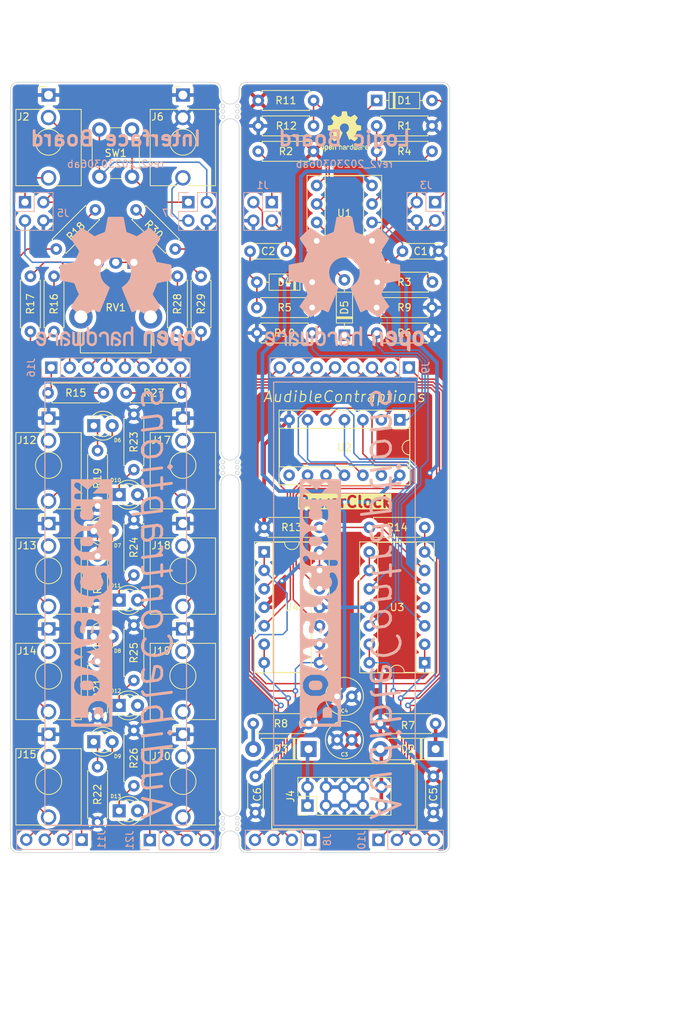
<source format=kicad_pcb>
(kicad_pcb (version 20221018) (generator pcbnew)
  (title_block (title "PowerClock") (date "2023-03-06") (rev "rev2 ab") (company "AudibleContraptions") (comment 1 "Source location: https://github.com/AudibleContraptions/PowerClock") (comment 2 "any later version.") (comment 3 "This source describes Open Hardware and is licensed under the CERN-OHL-S v2 or ") (comment 4 "Copyright Arne Bethmann 2023."))
  (layers (0 "F.Cu" signal) (31 "B.Cu" signal) (34 "B.Paste" user) (35 "F.Paste" user) (36 "B.SilkS" user "B.Silkscreen") (37 "F.SilkS" user "F.Silkscreen") (38 "B.Mask" user) (39 "F.Mask" user) (44 "Edge.Cuts" user))
  (net 0 "")
  (net 1 "GND")
  (net 2 "+12V")
  (net 3 "-12V")
  (net 4 "/CNT_CLK")
  (net 11 "Net-(J12-PadT)")
  (net 12 "Net-(J18-PadT)")
  (net 13 "Net-(J19-PadT)")
  (net 14 "/IFC_GND")
  (net 15 "Net-(J13-PadT)")
  (net 16 "Net-(J14-PadT)")
  (net 17 "Net-(J17-PadT)")
  (net 18 "Net-(J15-PadT)")
  (net 20 "Net-(J20-PadT)")
  (net 22 "/CNT_DIV128")
  (net 23 "/CNT_DIV64")
  (net 24 "/CNT_DIV32")
  (net 25 "/CNT_DIV16")
  (net 26 "/CNT_DIV8")
  (net 27 "/CNT_DIV4")
  (net 28 "/CNT_DIV2")
  (net 29 "Net-(U1A--)")
  (net 30 "Net-(D4-A)")
  (net 31 "Net-(J1-Pin_3)")
  (net 32 "Net-(D1-A)")
  (net 33 "Net-(D2-K)")
  (net 34 "Net-(D2-A)")
  (net 35 "Net-(D3-K)")
  (net 36 "Net-(D3-A)")
  (net 37 "Net-(D4-K)")
  (net 38 "Net-(D5-K)")
  (net 39 "Net-(D5-A)")
  (net 40 "Net-(D6-K)")
  (net 41 "Net-(D6-A)")
  (net 42 "Net-(D7-K)")
  (net 43 "Net-(D7-A)")
  (net 44 "Net-(D8-K)")
  (net 45 "Net-(D8-A)")
  (net 46 "Net-(D9-K)")
  (net 47 "Net-(D9-A)")
  (net 48 "Net-(D10-K)")
  (net 49 "Net-(D10-A)")
  (net 50 "Net-(D11-K)")
  (net 51 "Net-(D11-A)")
  (net 52 "Net-(D12-K)")
  (net 53 "Net-(D12-A)")
  (net 54 "Net-(D13-K)")
  (net 55 "Net-(D13-A)")
  (net 56 "Net-(J1-Pin_1)")
  (net 57 "Net-(J5-Pin_1)")
  (net 58 "Net-(J5-Pin_2)")
  (net 59 "Net-(J3-Pin_2)")
  (net 60 "Net-(J3-Pin_3)")
  (net 61 "Net-(J5-Pin_3)")
  (net 62 "Net-(J7-Pin_3)")
  (net 63 "Net-(J7-Pin_1)")
  (net 64 "Net-(J7-Pin_2)")
  (net 65 "Net-(J8-Pin_1)")
  (net 66 "Net-(J8-Pin_2)")
  (net 67 "Net-(J8-Pin_3)")
  (net 68 "Net-(J8-Pin_4)")
  (net 69 "Net-(J10-Pin_4)")
  (net 70 "Net-(J10-Pin_3)")
  (net 71 "Net-(J10-Pin_2)")
  (net 72 "Net-(J10-Pin_1)")
  (net 73 "Net-(J16-Pin_1)")
  (net 74 "Net-(J16-Pin_2)")
  (net 75 "Net-(J16-Pin_3)")
  (net 76 "Net-(J16-Pin_4)")
  (net 77 "Net-(J16-Pin_5)")
  (net 78 "Net-(J16-Pin_6)")
  (net 79 "Net-(J16-Pin_7)")
  (net 80 "Net-(J16-Pin_8)")
  (net 81 "Net-(U1A-+)")
  (net 82 "Net-(U1B-+)")
  (net 83 "Net-(U3B--)")
  (footprint "Resistor_THT:R_Axial_DIN0207_L6.3mm_D2.5mm_P7.62mm_Horizontal" (layer "F.Cu") (at 67.31 78.75 180)
    (fp_text reference "R27")
    (fp_text value "1k")
  )
  (footprint "Resistor_THT:R_Axial_DIN0207_L6.3mm_D2.5mm_P7.62mm_Horizontal" (layer "F.Cu") (at 100.81 97.25 180)
    (fp_text reference "R14")
    (fp_text value "100k")
  )
  (footprint "Diode_THT:D_DO-41_SOD81_P7.62mm_Horizontal" (layer "F.Cu") (at 84.81 127.75 180)
    (fp_text reference "D3")
    (fp_text value "1N5819")
  )
  (footprint "Resistor_THT:R_Axial_DIN0207_L6.3mm_D2.5mm_P7.62mm_Horizontal" (layer "F.Cu") (at 85.5 42 180)
    (fp_text reference "R12")
    (fp_text value "33k")
  )
  (footprint "Resistor_THT:R_Axial_DIN0207_L6.3mm_D2.5mm_P7.62mm_Horizontal" (layer "F.Cu") (at 60.75 110.69 -90)
    (fp_text reference "R25")
    (fp_text value "100k")
  )
  (footprint "Resistor_THT:R_Axial_DIN0207_L6.3mm_D2.5mm_P7.62mm_Horizontal" (layer "F.Cu") (at 77.88 38.5)
    (fp_text reference "R11")
    (fp_text value "100k")
  )
  (footprint "Connector_Audio:Jack_3.5mm_QingPu_WQP-PJ398SM_Vertical_CircularHoles" (layer "F.Cu") (at 67.5 82.22)
    (fp_text reference "J17")
    (fp_text value "/2 OUT")
  )
  (footprint "Resistor_THT:R_Axial_DIN0207_L6.3mm_D2.5mm_P7.62mm_Horizontal" (layer "F.Cu") (at 94.19 45.5)
    (fp_text reference "R4")
    (fp_text value "100k")
  )
  (footprint "Resistor_THT:R_Axial_DIN0207_L6.3mm_D2.5mm_P7.62mm_Horizontal" (layer "F.Cu") (at 55.75 123.31 90)
    (fp_text reference "R21")
    (fp_text value "100k")
  )
  (footprint "Diode_THT:D_DO-35_SOD27_P7.62mm_Horizontal" (layer "F.Cu") (at 94.19 38.5)
    (fp_text reference "D1")
    (fp_text value "1N4148")
  )
  (footprint "Diode_THT:D_DO-35_SOD27_P7.62mm_Horizontal" (layer "F.Cu") (at 85.31 63.5 180)
    (fp_text reference "D4")
    (fp_text value "1N4148")
  )
  (footprint "Diode_THT:D_DO-35_SOD27_P7.62mm_Horizontal" (layer "F.Cu") (at 89.75 70.81 90)
    (fp_text reference "D5")
    (fp_text value "1N4148")
  )
  (footprint "Resistor_THT:R_Axial_DIN0207_L6.3mm_D2.5mm_P7.62mm_Horizontal" (layer "F.Cu") (at 70 62.69 -90)
    (fp_text reference "R29")
    (fp_text value "1k")
  )
  (footprint "Connector_Audio:Jack_3.5mm_QingPu_WQP-PJ398SM_Vertical_CircularHoles" (layer "F.Cu") (at 67.5 37.75)
    (fp_text reference "J6")
    (fp_text value "RESET IN")
  )
  (footprint "LED_THT:LED_D3.0mm" (layer "F.Cu") (at 55.225 126.75)
    (fp_text reference "D9")
    (fp_text value "LED")
  )
  (footprint "Resistor_THT:R_Axial_DIN0207_L6.3mm_D2.5mm_P7.62mm_Horizontal" (layer "F.Cu") (at 77.69 67)
    (fp_text reference "R5")
    (fp_text value "100k")
  )
  (footprint "LED_THT:LED_D3.0mm" (layer "F.Cu") (at 58.725 136.25)
    (fp_text reference "D13")
    (fp_text value "LED")
  )
  (footprint "Resistor_THT:R_Axial_DIN0207_L6.3mm_D2.5mm_P7.62mm_Horizontal" (layer "F.Cu") (at 78.69 97.25)
    (fp_text reference "R13")
    (fp_text value "33k")
  )
  (footprint "Connector_Audio:Jack_3.5mm_QingPu_WQP-PJ398SM_Vertical_CircularHoles" (layer "F.Cu") (at 49 37.75)
    (fp_text reference "J2")
    (fp_text value "CLK IN")
  )
  (footprint "Resistor_THT:R_Axial_DIN0207_L6.3mm_D2.5mm_P7.62mm_Horizontal" (layer "F.Cu") (at 61.055923 53.555923 -45)
    (fp_text reference "R30")
    (fp_text value "1k")
  )
  (footprint "Connector_Audio:Jack_3.5mm_QingPu_WQP-PJ398SM_Vertical_CircularHoles" (layer "F.Cu") (at 67.5 96.72)
    (fp_text reference "J18")
    (fp_text value "/8 OUT")
  )
  (footprint "Capacitor_THT:C_Disc_D4.3mm_W1.9mm_P5.00mm" (layer "F.Cu") (at 97.75 59.25)
    (fp_text reference "C1")
    (fp_text value "1u")
  )
  (footprint "Button_Switch_THT:SW_PUSH_6mm" (layer "F.Cu") (at 56 49 90)
    (fp_text reference "SW1")
    (fp_text value "RESET SW")
  )
  (footprint "Resistor_THT:R_Axial_DIN0207_L6.3mm_D2.5mm_P7.62mm_Horizontal" (layer "F.Cu") (at 55.75 108.81 90)
    (fp_text reference "R20")
    (fp_text value "100k")
  )
  (footprint "Resistor_THT:R_Axial_DIN0207_L6.3mm_D2.5mm_P7.62mm_Horizontal" (layer "F.Cu") (at 94.19 67)
    (fp_text reference "R9")
    (fp_text value "100k")
  )
  (footprint "Connector_Audio:Jack_3.5mm_QingPu_WQP-PJ398SM_Vertical_CircularHoles" (layer "F.Cu") (at 49 82.22)
    (fp_text reference "J12")
    (fp_text value "CLK OUT")
  )
  (footprint "Resistor_THT:R_Axial_DIN0207_L6.3mm_D2.5mm_P7.62mm_Horizontal" (layer "F.Cu") (at 77.19 124.25)
    (fp_text reference "R8")
    (fp_text value "10")
  )
  (footprint "Resistor_THT:R_Axial_DIN0207_L6.3mm_D2.5mm_P7.62mm_Horizontal" (layer "F.Cu") (at 94.19 70.5)
    (fp_text reference "R6")
    (fp_text value "100k")
  )
  (footprint "LED_THT:LED_D3.0mm" (layer "F.Cu") (at 58.725 92.75)
    (fp_text reference "D10")
    (fp_text value "LED")
  )
  (footprint "Resistor_THT:R_Axial_DIN0207_L6.3mm_D2.5mm_P7.62mm_Horizontal" (layer "F.Cu") (at 101.81 42 180)
    (fp_text reference "R1")
    (fp_text value "100k")
  )
  (footprint "LED_THT:LED_D3.0mm" (layer "F.Cu") (at 55.225 83.25)
    (fp_text reference "D6")
    (fp_text value "LED")
  )
  (footprint "Package_DIP:DIP-8_W7.62mm_Socket" (layer "F.Cu") (at 93.55 57.82 180)
    (fp_text reference "U1")
    (fp_text value "TL072")
  )
  (footprint "Connector_Audio:Jack_3.5mm_QingPu_WQP-PJ398SM_Vertical_CircularHoles" (layer "F.Cu") (at 49 111.22)
    (fp_text reference "J14")
    (fp_text value "/16 OUT")
  )
  (footprint "Potentiometer_THT:Potentiometer_Alpha_RD901F-40-00D_Single_Vertical_CircularHoles" (layer "F.Cu") (at 60.75 60.775 -90)
    (fp_text reference "RV1")
    (fp_text value "B250k")
  )
  (footprint "Resistor_THT:R_Axial_DIN0207_L6.3mm_D2.5mm_P7.62mm_Horizontal" (layer "F.Cu") (at 46.5 62.69 -90)
    (fp_text reference "R17")
    (fp_text value "1k")
  )
  (footprint "Connector_Audio:Jack_3.5mm_QingPu_WQP-PJ398SM_Vertical_CircularHoles" (layer "F.Cu") (at 49 125.72)
    (fp_text reference "J15")
    (fp_text value "/64 OUT")
  )
  (footprint "Connector_Audio:Jack_3.5mm_QingPu_WQP-PJ398SM_Vertical_CircularHoles" (layer "F.Cu") (at 67.5 125.72)
    (fp_text reference "J20")
    (fp_text value "/128 OUT")
  )
  (footprint "Resistor_THT:R_Axial_DIN0207_L6.3mm_D2.5mm_P7.62mm_Horizontal" (layer "F.Cu") (at 94.25 63.5)
    (fp_text reference "R3")
    (fp_text value "2k2")
  )
  (footprint "Capacitor_THT:C_Disc_D4.3mm_W1.9mm_P5.00mm" (layer "F.Cu") (at 102 136.5 90)
    (fp_text reference "C5")
    (fp_text value "100n")
  )
  (footprint "Capacitor_THT:C_Disc_D4.3mm_W1.9mm_P5.00mm" (layer "F.Cu") (at 76.75 59.25)
    (fp_text reference "C2")
    (fp_text value "1n")
  )
  (footprint "Package_DIP:DIP-14_W7.62mm_Socket" (layer "F.Cu") (at 78.7 100.625)
    (fp_text reference "U4")
    (fp_text value "TL074")
  )
  (footprint "Resistor_THT:R_Axial_DIN0207_L6.3mm_D2.5mm_P7.62mm_Horizontal" (layer "F.Cu") (at 60.75 81.69 -90)
    (fp_text reference "R23")
    (fp_text value "100k")
  )
  (footprint "Symbol:OSHW-Logo2_7.3x6mm_SilkScreen" (layer "F.Cu") (at 89.75 42.75)
    (fp_text reference "REF**" hide)
    (fp_text value "OSHW-Logo2_7.3x6mm_SilkScreen" hide)
  )
  (footprint "Resistor_THT:R_Axial_DIN0207_L6.3mm_D2.5mm_P7.62mm_Horizontal" (layer "F.Cu") (at 85.31 70.5 180)
    (fp_text reference "R10")
    (fp_text value "100k")
  )
  (footprint "LED_THT:LED_D3.0mm" (layer "F.Cu") (at 55.225 97.75)
    (fp_text reference "D7")
    (fp_text value "LED")
  )
  (footprint "Capacitor_THT:C_Radial_D5.0mm_H11.0mm_P2.00mm" (layer "F.Cu") (at 90.75 126.5 180)
    (fp_text reference "C3")
    (fp_text value "47u")
  )
  (footprint "Resistor_THT:R_Axial_DIN0207_L6.3mm_D2.5mm_P7.62mm_Horizontal" (layer "F.Cu") (at 55.75 137.81 90)
    (fp_text reference "R22")
    (fp_text value "100k")
  )
  (footprint "Capacitor_THT:C_Disc_D4.3mm_W1.9mm_P5.00mm" (layer "F.Cu") (at 77.5 131.5 -90)
    (fp_text reference "C6")
    (fp_text value "100n")
  )
  (footprint "Package_DIP:DIP-14_W7.62mm_Socket" (layer "F.Cu") (at 100.8 115.875 180)
    (fp_text reference "U3")
    (fp_text value "TL074")
  )
  (footprint "Resistor_THT:R_Axial_DIN0207_L6.3mm_D2.5mm_P7.62mm_Horizontal" (layer "F.Cu") (at 60.75 96.19 -90)
    (fp_text reference "R24")
    (fp_text value "100k")
  )
  (footprint "Resistor_THT:R_Axial_DIN0207_L6.3mm_D2.5mm_P7.62mm_Horizontal" (layer "F.Cu") (at 102.31 124.25 180)
    (fp_text reference "R7")
    (fp_text value "10")
  )
  (footprint "Resistor_THT:R_Axial_DIN0207_L6.3mm_D2.5mm_P7.62mm_Horizontal" (layer "F.Cu") (at 49.75 62.69 -90)
    (fp_text reference "R16")
    (fp_text value "1k")
  )
  (footprint "Capacitor_THT:C_Radial_D5.0mm_H11.0mm_P2.00mm" (layer "F.Cu") (at 90.75 120.5 180)
    (fp_text reference "C4")
    (fp_text value "47u")
  )
  (footprint "Resistor_THT:R_Axial_DIN0207_L6.3mm_D2.5mm_P7.62mm_Horizontal" (layer "F.Cu") (at 55.75 94.31 90)
    (fp_text reference "R19")
    (fp_text value "100k")
  )
  (footprint "Connector_Audio:Jack_3.5mm_QingPu_WQP-PJ398SM_Vertical_CircularHoles" (layer "F.Cu") (at 49 96.72)
    (fp_text reference "J13")
    (fp_text value "/4 OUT")
  )
  (footprint "LED_THT:LED_D3.0mm" (layer "F.Cu") (at 58.725 121.75)
    (fp_text reference "D12")
    (fp_text value "LED")
  )
  (footprint "LED_THT:LED_D3.0mm" (layer "F.Cu") (at 58.725 107.25)
    (fp_text reference "D11")
    (fp_text value "LED")
  )
  (footprint "Resistor_THT:R_Axial_DIN0207_L6.3mm_D2.5mm_P7.62mm_Horizontal" (layer "F.Cu") (at 85.5 45.5 180)
    (fp_text reference "R2")
    (fp_text value "10k")
  )
  (footprint "Resistor_THT:R_Axial_DIN0207_L6.3mm_D2.5mm_P7.62mm_Horizontal" (layer "F.Cu") (at 55.444077 53.555923 -135)
    (fp_text reference "R18")
    (fp_text value "1k")
  )
  (footprint "Resistor_THT:R_Axial_DIN0207_L6.3mm_D2.5mm_P7.62mm_Horizontal" (layer "F.Cu") (at 60.75 125.19 -90)
    (fp_text reference "R26")
    (fp_text value "100k")
  )
  (footprint "LED_THT:LED_D3.0mm" (layer "F.Cu") (at 55.225 112.25)
    (fp_text reference "D8")
    (fp_text value "LED")
  )
  (footprint "Resistor_THT:R_Axial_DIN0207_L6.3mm_D2.5mm_P7.62mm_Horizontal" (layer "F.Cu") (at 48.94 78.75)
    (fp_text reference "R15")
    (fp_text value "1k")
  )
  (footprint "Diode_THT:D_DO-41_SOD81_P7.62mm_Horizontal" (layer "F.Cu") (at 102.31 127.75 180)
    (fp_text reference "D2")
    (fp_text value "1N5819")
  )
  (footprint "Connector_PinHeader_2.54mm:PinHeader_2x05_P2.54mm_Vertical" (layer "F.Cu") (at 84.67 135.525 90)
    (fp_text reference "J4")
    (fp_text value "PWR CON")
  )
  (footprint "Package_DIP:DIP-14_W7.62mm_Socket" (layer "F.Cu") (at 97.375 82.45 -90)
    (fp_text reference "U2")
    (fp_text value "4024")
  )
  (footprint "Connector_Audio:Jack_3.5mm_QingPu_WQP-PJ398SM_Vertical_CircularHoles" (layer "F.Cu") (at 67.5 111.22)
    (fp_text reference "J19")
    (fp_text value "/32 OUT")
  )
  (footprint "Resistor_THT:R_Axial_DIN0207_L6.3mm_D2.5mm_P7.62mm_Horizontal" (layer "F.Cu") (at 66.75 62.69 -90)
    (fp_text reference "R28")
    (fp_text value "1k")
  )
  (footprint "Connector_PinSocket_2.54mm:PinSocket_2x02_P2.54mm_Vertical" (layer "B.Cu") (at 68.25 52.5 180)
    (fp_text reference "J7")
    (fp_text value "IN SOCK2")
  )
  (footprint "Symbol:OSHW-Logo2_24.3x20mm_SilkScreen" (layer "B.Cu") (at 58.25 63.75 180)
    (fp_text reference "REF**" hide)
    (fp_text value "OSHW-Logo2_24.3x20mm_SilkScreen" hide)
  )
  (footprint "Connector_PinSocket_2.54mm:PinSocket_2x02_P2.54mm_Vertical" (layer "B.Cu") (at 45.75 52.5 180)
    (fp_text reference "J5")
    (fp_text value "IN SOCK1")
  )
  (footprint "Connector_PinSocket_2.54mm:PinSocket_1x08_P2.54mm_Vertical" (layer "B.Cu") (at 49.375 75.275 -90)
    (fp_text reference "J16")
    (fp_text value "JACK OUT SOCK")
  )
  (footprint "Connector_PinSocket_2.54mm:PinSocket_1x04_P2.54mm_Vertical" (layer "B.Cu") (at 53.55 140.225 90)
    (fp_text reference "J11")
    (fp_text value "LED OUT SOCK1")
  )
  (footprint "Connector_PinHeader_2.54mm:PinHeader_1x04_P2.54mm_Vertical" (layer "B.Cu") (at 94.45 140.25 -90)
    (fp_text reference "J10")
    (fp_text value "LED OUT HEAD1")
  )
  (footprint "Connector_PinSocket_2.54mm:PinSocket_1x04_P2.54mm_Vertical" (layer "B.Cu") (at 62.95 140.275 -90)
    (fp_text reference "J21")
    (fp_text value "LED OUT SOCK2")
  )
  (footprint "Connector_PinHeader_2.54mm:PinHeader_1x04_P2.54mm_Vertical" (layer "B.Cu") (at 85.05 140.25 90)
    (fp_text reference "J8")
    (fp_text value "LED OUT HEAD2")
  )
  (footprint "Connector_PinHeader_2.54mm:PinHeader_1x08_P2.54mm_Vertical" (layer "B.Cu") (at 98.625 75.25 90)
    (fp_text reference "J9")
    (fp_text value "JACK OUT HEAD")
  )
  (footprint "Connector_PinHeader_2.54mm:PinHeader_2x02_P2.54mm_Vertical" (layer "B.Cu") (at 102.25 52.5 180)
    (fp_text reference "J3")
    (fp_text value "IN HEAD1")
  )
  (footprint "Symbol:OSHW-Logo2_24.3x20mm_SilkScreen" (layer "B.Cu") (at 89.75 63.75 180)
    (fp_text reference "REF**" hide)
    (fp_text value "OSHW-Logo2_24.3x20mm_SilkScreen" hide)
  )
  (footprint "Connector_PinHeader_2.54mm:PinHeader_2x02_P2.54mm_Vertical" (layer "B.Cu") (at 79.75 52.5 180)
    (fp_text reference "J1")
    (fp_text value "IN HEAD2")
  )
  (gr_rect (start 48.5 77.25) (end 68 138.25) (stroke (width 0.15)) (fill none) (layer "B.SilkS"))
  (gr_rect (start 80 77.25) (end 99.5 138.25) (stroke (width 0.15)) (fill none) (layer "B.SilkS"))
  (gr_rect (start 79.75 129.75) (end 99.75 138.75) (stroke (width 0.15)) (fill none) (layer "F.SilkS"))
  (gr_line (start 72.75 42.25) (end 72.75 66.75) (stroke (width 0.1)) (layer "Edge.Cuts"))
  (gr_circle locked (center 75 138.75) (end 75.25 138.75) (stroke (width 0.1)) (fill none) (layer "Edge.Cuts"))
  (gr_circle locked (center 73 39.25) (end 73.25 39.25) (stroke (width 0.1)) (fill none) (layer "Edge.Cuts"))
  (gr_circle (center 73 40) (end 73.25 40) (stroke (width 0.1)) (fill none) (layer "Edge.Cuts"))
  (gr_line (start 75.25 111.25) (end 75.25 135.75) (stroke (width 0.1)) (layer "Edge.Cuts"))
  (gr_arc locked (start 72.75 42.25) (mid 74 41) (end 75.25 42.25) (stroke (width 0.1)) (layer "Edge.Cuts"))
  (gr_circle locked (center 74.99 40.75) (end 75.24 40.75) (stroke (width 0.1)) (fill none) (layer "Edge.Cuts"))
  (gr_arc locked (start 104.25 141) (mid 103.957107 141.707107) (end 103.25 142) (stroke (width 0.1)) (layer "Edge.Cuts"))
  (gr_line locked (start 72.75 111.25) (end 72.75 91.25) (stroke (width 0.1)) (layer "Edge.Cuts"))
  (gr_circle locked (center 75 39.25) (end 75.25 39.25) (stroke (width 0.1)) (fill none) (layer "Edge.Cuts"))
  (gr_line locked (start 72.75 66.75) (end 72.75 86.75) (stroke (width 0.1)) (layer "Edge.Cuts"))
  (gr_arc locked (start 72.75 141) (mid 72.457107 141.707107) (end 71.75 142) (stroke (width 0.1)) (layer "Edge.Cuts"))
  (gr_line locked (start 75.25 37) (end 75.25 37.75) (stroke (width 0.1)) (layer "Edge.Cuts"))
  (gr_arc locked (start 75.25 135.75) (mid 74 137) (end 72.75 135.75) (stroke (width 0.1)) (layer "Edge.Cuts"))
  (gr_line locked (start 76.25 36) (end 103.25 36) (stroke (width 0.1)) (layer "Edge.Cuts"))
  (gr_line locked (start 72.75 37) (end 72.75 37.75) (stroke (width 0.1)) (layer "Edge.Cuts"))
  (gr_circle (center 75 40) (end 75.25 40) (stroke (width 0.1)) (fill none) (layer "Edge.Cuts"))
  (gr_circle locked (center 73 137.25) (end 73.25 137.25) (stroke (width 0.1)) (fill none) (layer "Edge.Cuts"))
  (gr_arc locked (start 71.75 36) (mid 72.457107 36.292893) (end 72.75 37) (stroke (width 0.1)) (layer "Edge.Cuts"))
  (gr_line locked (start 104.25 141) (end 104.25 37) (stroke (width 0.1)) (layer "Edge.Cuts"))
  (gr_arc locked (start 75.25 86.75) (mid 74 88) (end 72.75 86.75) (stroke (width 0.1)) (layer "Edge.Cuts"))
  (gr_arc locked (start 75.25 37.75) (mid 74 39) (end 72.75 37.75) (stroke (width 0.1)) (layer "Edge.Cuts"))
  (gr_line locked (start 44.75 36) (end 71.75 36) (stroke (width 0.1)) (layer "Edge.Cuts"))
  (gr_arc locked (start 103.25 36) (mid 103.957107 36.292893) (end 104.25 37) (stroke (width 0.1)) (layer "Edge.Cuts"))
  (gr_arc locked (start 76.25 142) (mid 75.542893 141.707107) (end 75.25 141) (stroke (width 0.1)) (layer "Edge.Cuts"))
  (gr_circle locked (center 75 89) (end 75.25 89) (stroke (width 0.1)) (fill none) (layer "Edge.Cuts"))
  (gr_arc locked (start 43.75 37) (mid 44.042893 36.292893) (end 44.75 36) (stroke (width 0.1)) (layer "Edge.Cuts"))
  (gr_arc locked (start 44.75 142) (mid 44.042893 141.707107) (end 43.75 141) (stroke (width 0.1)) (layer "Edge.Cuts"))
  (gr_arc locked (start 72.75 91.25) (mid 74 90) (end 75.25 91.25) (stroke (width 0.1)) (layer "Edge.Cuts"))
  (gr_arc locked (start 75.25 37) (mid 75.542893 36.292893) (end 76.25 36) (stroke (width 0.1)) (layer "Edge.Cuts"))
  (gr_line (start 75.25 66.75) (end 75.25 42.25) (stroke (width 0.1)) (layer "Edge.Cuts"))
  (gr_line locked (start 75.25 86.75) (end 75.25 66.75) (stroke (width 0.1)) (layer "Edge.Cuts"))
  (gr_line locked (start 76.25 142) (end 103.25 142) (stroke (width 0.1)) (layer "Edge.Cuts"))
  (gr_circle locked (center 73 89) (end 73.25 89) (stroke (width 0.1)) (fill none) (layer "Edge.Cuts"))
  (gr_line (start 72.75 135.75) (end 72.75 111.25) (stroke (width 0.1)) (layer "Edge.Cuts"))
  (gr_circle locked (center 73 40.75) (end 73.25 40.75) (stroke (width 0.1)) (fill none) (layer "Edge.Cuts"))
  (gr_circle locked (center 73 138.75) (end 73.25 138.75) (stroke (width 0.1)) (fill none) (layer "Edge.Cuts"))
  (gr_line locked (start 75.25 91.25) (end 75.25 111.25) (stroke (width 0.1)) (layer "Edge.Cuts"))
  (gr_circle locked (center 75 88.25) (end 75.25 88.25) (stroke (width 0.1)) (fill none) (layer "Edge.Cuts"))
  (gr_line locked (start 43.75 37) (end 43.75 141) (stroke (width 0.1)) (layer "Edge.Cuts"))
  (gr_line locked (start 75.25 141) (end 75.25 140.25) (stroke (width 0.1)) (layer "Edge.Cuts"))
  (gr_circle locked (center 75 137.25) (end 75.25 137.25) (stroke (width 0.1)) (fill none) (layer "Edge.Cuts"))
  (gr_circle locked (center 73 88.25) (end 73.25 88.25) (stroke (width 0.1)) (fill none) (layer "Edge.Cuts"))
  (gr_line locked (start 72.75 141) (end 72.75 140.25) (stroke (width 0.1)) (layer "Edge.Cuts"))
  (gr_arc locked (start 72.75 140.25) (mid 74 139) (end 75.25 140.25) (stroke (width 0.1)) (layer "Edge.Cuts"))
  (gr_circle locked (center 75 138) (end 75.25 138) (stroke (width 0.1)) (fill none) (layer "Edge.Cuts"))
  (gr_circle locked (center 73 138) (end 73.25 138) (stroke (width 0.1)) (fill none) (layer "Edge.Cuts"))
  (gr_circle locked (center 75 89.75) (end 75.25 89.75) (stroke (width 0.1)) (fill none) (layer "Edge.Cuts"))
  (gr_circle locked (center 73 89.75) (end 73.25 89.75) (stroke (width 0.1)) (fill none) (layer "Edge.Cuts"))
  (gr_line locked (start 44.75 142) (end 71.75 142) (stroke (width 0.1)) (layer "Edge.Cuts"))
  (gr_text "PowerClock" (at 54.75 107.75 -90) (layer "B.SilkS" knockout) (effects (font (size 4 4) (thickness 0.8) bold) (justify mirror)))
  (gr_text "rev2_20230306ab" (at 89.75 47.25) (layer "B.SilkS") (effects (font (size 1 1)) (justify mirror)))
  (gr_text "PowerClock" (at 86.25 107.75 -90) (layer "B.SilkS" knockout) (effects (font (size 4 4) (thickness 0.8) bold) (justify mirror)))
  (gr_text "AudibleContraptions" (at 63.75 107.75 -90) (layer "B.SilkS") (effects (font (size 4 4) (thickness 0.4) italic) (justify mirror)))
  (gr_text "Logic Board" (at 89.75 43.75) (layer "B.SilkS") (effects (font (size 2 2) (thickness 0.4) bold) (justify mirror)))
  (gr_text "AudibleContraptions" (at 95.25 107.75 -90) (layer "B.SilkS") (effects (font (size 4 4) (thickness 0.4) italic) (justify mirror)))
  (gr_text "Interface Board" (at 58.25 43.75) (layer "B.SilkS") (effects (font (size 2 2) (thickness 0.4) bold) (justify mirror)))
  (gr_text "rev2_20230306ab" (at 58.25 47.25) (layer "B.SilkS") (effects (font (size 1 1)) (justify mirror)))
  (gr_text "AudibleContraptions" (at 89.75 79.25) (layer "F.SilkS") (effects (font (size 1.5 1.5) (thickness 0.15) italic)))
  (gr_text "PowerClock" (at 89.75 93.75) (layer "F.SilkS" knockout) (effects (font (size 1.5 1.5) (thickness 0.35) bold)))
  (segment (start 78.69 85.895) (end 82.135 82.45) (width 0.5) (layer "F.Cu") (net 1))
  (segment (start 78.69 97.25) (end 78.69 85.895) (width 0.5) (layer "F.Cu") (net 1))
  (segment (start 80.5 107.25) (end 79.695 107.25) (width 0.5) (layer "F.Cu") (net 2))
  (segment (start 89.75 93.75) (end 85.5 93.75) (width 0.5) (layer "F.Cu") (net 2))
  (segment (start 80.75 107) (end 80.5 107.25) (width 0.5) (layer "F.Cu") (net 2))
  (segment (start 80.75 105) (end 80.75 107) (width 0.5) (layer "F.Cu") (net 2))
  (segment (start 97.5 93.75) (end 100.25 91) (width 0.5) (layer "F.Cu") (net 2))
  (segment (start 95.25 117) (end 97.25 115) (width 0.5) (layer "F.Cu") (net 2))
  (segment (start 85.5 93.75) (end 84.5 94.75) (width 0.5) (layer "F.Cu") (net 2))
  (segment (start 79.695 107.25) (end 78.7 108.245) (width 0.5) (layer "F.Cu") (net 2))
  (segment (start 81.137122 104.612878) (end 80.75 105) (width 0.5) (layer "F.Cu") (net 2))
  (segment (start 100.25 91) (end 101.5 89.75) (width 0.5) (layer "F.Cu") (net 2))
  (segment (start 97.25 115) (end 97.25 109.75) (width 0.5) (layer "F.Cu") (net 2))
  (segment (start 97.25 109.75) (end 98.745 108.255) (width 0.5) (layer "F.Cu") (net 2))
  (segment (start 89.75 93.75) (end 97.5 93.75) (width 0.5) (layer "F.Cu") (net 2))
  (segment (start 98.745 108.255) (end 100.8 108.255) (width 0.5) (layer "F.Cu") (net 2))
  (via (at 89.75 93.75) (size 0.8) (drill 0.4) (layers "F.Cu" "B.Cu") (net 2))
  (via (at 101.5 89.75) (size 0.8) (drill 0.4) (layers "F.Cu" "B.Cu") (net 2))
  (via (at 84.5 94.75) (size 0.8) (drill 0.4) (layers "F.Cu" "B.Cu") (net 2))
  (via (at 95.25 117) (size 0.8) (drill 0.4) (layers "F.Cu" "B.Cu") (net 2))
  (via (at 81.137122 104.612878) (size 0.8) (drill 0.4) (layers "F.Cu" "B.Cu") (net 2))
  (segment (start 97.375 90.07) (end 93.695 93.75) (width 0.5) (layer "B.Cu") (net 2))
  (segment (start 81.387122 104.612878) (end 81.137122 104.612878) (width 0.5) (layer "B.Cu") (net 2))
  (segment (start 92 61) (end 95.25 61) (width 0.5) (layer "B.Cu") (net 2))
  (segment (start 88.82 57.82) (end 92 61) (width 0.5) (layer "B.Cu") (net 2))
  (segment (start 95.25 61) (end 98.25 64) (width 0.5) (layer "B.Cu") (net 2))
  (segment (start 93.695 93.75) (end 89.75 93.75) (width 0.5) (layer "B.Cu") (net 2))
  (segment (start 85.93 57.82) (end 88.82 57.82) (width 0.5) (layer "B.Cu") (net 2))
  (segment (start 84.5 94.75) (end 84.5 101.5) (width 0.5) (layer "B.Cu") (net 2))
  (segment (start 102.5 88.75) (end 101.5 89.75) (width 0.5) (layer "B.Cu") (net 2))
  (segment (start 98.25 64) (end 98.25 70.340813) (width 0.5) (layer "B.Cu") (net 2))
  (segment (start 84.5 101.5) (end 81.387122 104.612878) (width 0.5) (layer "B.Cu") (net 2))
  (segment (start 102.5 74.590813) (end 102.5 88.75) (width 0.5) (layer "B.Cu") (net 2))
  (segment (start 94.69 124.25) (end 94.69 117.56) (width 0.5) (layer "B.Cu") (net 2))
  (segment (start 101.94 131.5) (end 102 131.5) (width 0.5) (layer "B.Cu") (net 2))
  (segment (start 94.69 117.56) (end 95.25 117) (width 0.5) (layer "B.Cu") (net 2))
  (segment (start 94.69 124.25) (end 101.94 131.5) (width 0.5) (layer "B.Cu") (net 2))
  (segment (start 98.25 70.340813) (end 102.5 74.590813) (width 0.5) (layer "B.Cu") (net 2))
  (segment (start 89.75 108.25) (end 89.745 108.245) (width 0.5) (layer "B.Cu") (net 3))
  (segment (start 89.745 108.245) (end 93.17 108.245) (width 0.5) (layer "B.Cu") (net 3))
  (segment (start 83.75 49) (end 83.75 61.25) (width 0.5) (layer "B.Cu") (net 3))
  (segment (start 86.32 108.245) (end 89.745 108.245) (width 0.5) (layer "B.Cu") (net 3))
  (segment (start 80.75 92.25) (end 86.85 92.25) (width 0.5) (layer "B.Cu") (net 3))
  (segment (start 93.55 50.2) (end 91.6 48.25) (width 0.5) (layer "B.Cu") (net 3))
  (segment (start 84.75 124.25) (end 84.81 124.25) (width 0.5) (layer "B.Cu") (net 3))
  (segment (start 93.17 108.245) (end 93.18 108.255) (width 0.5) (layer "B.Cu") (net 3))
  (segment (start 77.5 131.5) (end 84.75 124.25) (width 0.5) (layer "B.Cu") (net 3))
  (segment (start 86.85 92.25) (end 89.745 95.145) (width 0.5) (layer "B.Cu") (net 3))
  (segment (start 78.45 89.95) (end 80.75 92.25) (width 0.5) (layer "B.Cu") (net 3))
  (segment (start 84.5 48.25) (end 83.75 49) (width 0.5) (layer "B.Cu") (net 3))
  (segment (start 81.5 70.25) (end 78.45 73.3) (width 0.5) (layer "B.Cu") (net 3))
  (segment (start 88.56 120.5) (end 88.75 120.5) (width 0.5) (layer "B.Cu") (net 3))
  (segment (start 83.75 61.25) (end 81.5 63.5) (width 0.5) (layer "B.Cu") (net 3))
  (segment (start 88.75 120.5) (end 89.75 119.5) (width 0.5) (layer "B.Cu") (net 3))
  (segment (start 89.745 95.145) (end 89.745 108.245) (width 0.5) (layer "B.Cu") (net 3))
  (segment (start 91.6 48.25) (end 84.5 48.25) (width 0.5) (layer "B.Cu") (net 3))
  (segment (start 81.5 63.5) (end 81.5 70.25) (width 0.5) (layer "B.Cu") (net 3))
  (segment (start 89.75 119.5) (end 89.75 108.25) (width 0.5) (layer "B.Cu") (net 3))
  (segment (start 78.45 73.3) (end 78.45 89.95) (width 0.5) (layer "B.Cu") (net 3))
  (segment (start 84.81 124.25) (end 88.56 120.5) (width 0.5) (layer "B.Cu") (net 3))
  (segment (start 94.19 67) (end 92.65 65.46) (width 0.2) (layer "F.Cu") (net 4))
  (segment (start 87.65 45.04) (end 87.65 51.02) (width 0.2) (layer "F.Cu") (net 4))
  (segment (start 87.65 54.46) (end 85.93 52.74) (width 0.2) (layer "F.Cu") (net 4))
  (segment (start 92.65 63.05) (end 87.65 58.05) (width 0.2) (layer "F.Cu") (net 4))
  (segment (start 92.65 65.46) (end 92.65 63.05) (width 0.2) (layer "F.Cu") (net 4))
  (segment (start 87.65 58.05) (end 87.65 54.46) (width 0.2) (layer "F.Cu") (net 4))
  (segment (start 94.19 38.5) (end 87.65 45.04) (width 0.2) (layer "F.Cu") (net 4))
  (segment (start 87.65 51.02) (end 85.93 52.74) (width 0.2) (layer "F.Cu") (net 4))
  (segment (start 96.45 72.85) (end 99.981372 72.85) (width 0.2) (layer "B.Cu") (net 4))
  (segment (start 94.19 67) (end 95.65 68.46) (width 0.2) (layer "B.Cu") (net 4))
  (segment (start 99.981372 72.85) (end 101.25 74.11863) (width 0.2) (layer "B.Cu") (net 4))
  (segment (start 100.25 91.381372) (end 97.6 94.031372) (width 0.2) (layer "B.Cu") (net 4))
  (segment (start 97.6 94.031372) (end 97.6 102.515) (width 0.2) (layer "B.Cu") (net 4))
  (segment (start 101.25 88.05) (end 100.25 89.05) (width 0.2) (layer "B.Cu") (net 4))
  (segment (start 100.25 89.05) (end 100.25 91.381372) (width 0.2) (layer "B.Cu") (net 4))
  (segment (start 101.25 74.11863) (end 101.25 88.05) (width 0.2) (layer "B.Cu") (net 4))
  (segment (start 95.65 68.46) (end 95.65 72.05) (width 0.2) (layer "B.Cu") (net 4))
  (segment (start 95.65 72.05) (end 96.45 72.85) (width 0.2) (layer "B.Cu") (net 4))
  (segment (start 97.6 102.515) (end 100.8 105.715) (width 0.2) (layer "B.Cu") (net 4))
  (segment (start 54.5 78.75) (end 53.25 80) (width 0.2) (layer "F.Cu") (net 11))
  (segment (start 53.25 80) (end 53.25 89.37) (width 0.2) (layer "F.Cu") (net 11))
  (segment (start 56.56 78.75) (end 54.5 78.75) (width 0.2) (layer "F.Cu") (net 11))
  (segment (start 53.25 89.37) (end 49 93.62) (width 0.2) (layer "F.Cu") (net 11))
  (segment (start 69.6 73.16) (end 69.6 106.02) (width 0.2) (layer "F.Cu") (net 12))
  (segment (start 69.6 106.02) (end 67.5 108.12) (width 0.2) (layer "F.Cu") (net 12))
  (segment (start 66.75 70.31) (end 69.6 73.16) (width 0.2) (layer "F.Cu") (net 12))
  (segment (start 70 120.12) (end 67.5 122.62) (width 0.2) (layer "F.Cu") (net 13))
  (segment (start 70 70.31) (end 70 120.12) (width 0.2) (layer "F.Cu") (net 13))
  (segment (start 49.75 70.31) (end 46.9 73.16) (width 0.2) (layer "F.Cu") (net 15))
  (segment (start 46.9 106.02) (end 49 108.12) (width 0.2) (layer "F.Cu") (net 15))
  (segment (start 46.9 73.16) (end 46.9 106.02) (width 0.2) (layer "F.Cu") (net 15))
  (segment (start 46.5 120.12) (end 49 122.62) (width 0.2) (layer "F.Cu") (net 16))
  (segment (start 46.5 70.31) (end 46.5 120.12) (width 0.2) (layer "F.Cu") (net 16))
  (segment (start 63.25 79.75) (end 63.25 89.37) (width 0.2) (layer "F.Cu") (net 17))
  (segment (start 59.69 78.75) (end 62.25 78.75) (width 0.2) (layer "F.Cu") (net 17))
  (segment (start 62.25 78.75) (end 63.25 79.75) (width 0.2) (layer "F.Cu") (net 17))
  (segment (start 63.25 89.37) (end 67.5 93.62) (width 0.2) (layer "F.Cu") (net 17))
  (segment (start 46.055923 58.944077) (end 44.75 60.25) (width 0.2) (layer "F.Cu") (net 18))
  (segment (start 44.75 60.25) (end 44.75 71.65) (width 0.2) (layer "F.Cu") (net 18))
  (segment (start 46.1 73) (end 46.1 134.22) (width 0.2) (layer "F.Cu") (net 18))
  (segment (start 46.1 134.22) (end 49 137.12) (width 0.2) (layer "F.Cu") (net 18))
  (segment (start 50.055923 58.944077) (end 46.055923 58.944077) (width 0.2) (layer "F.Cu") (net 18))
  (segment (start 44.75 71.65) (end 46.1 73) (width 0.2) (layer "F.Cu") (net 18))
  (segment (start 71.75 71.65) (end 70.4 73) (width 0.2) (layer "F.Cu") (net 20))
  (segment (start 66.444077 58.944077) (end 70.944077 58.944077) (width 0.2) (layer "F.Cu") (net 20))
  (segment (start 71.75 59.75) (end 71.75 71.65) (width 0.2) (layer "F.Cu") (net 20))
  (segment (start 70.4 134.22) (end 67.5 137.12) (width 0.2) (layer "F.Cu") (net 20))
  (segment (start 70.4 73) (end 70.4 134.22) (width 0.2) (layer "F.Cu") (net 20))
  (segment (start 70.944077 58.944077) (end 71.75 59.75) (width 0.2) (layer "F.Cu") (net 20))
  (segment (start 93.9 88.7) (end 98.25 88.7) (width 0.2) (layer "F.Cu") (net 22))
  (segment (start 98.8 90.85) (end 98.15 91.5) (width 0.2) (layer "F.Cu") (net 22))
  (segment (start 82.7 107.165) (end 86.32 110.785) (width 0.2) (layer "F.Cu") (net 22))
  (segment (start 92.295 82.45) (end 92.295 87.095) (width 0.2) (layer "F.Cu") (net 22))
  (segment (start 98.25 88.7) (end 98.8 89.25) (width 0.2) (layer "F.Cu") (net 22))
  (segment (start 92.295 87.095) (end 93.9 88.7) (width 0.2) (layer "F.Cu") (net 22))
  (segment (start 98.15 91.5) (end 83.810686 91.5) (width 0.2) (layer "F.Cu") (net 22))
  (segment (start 98.8 89.25) (end 98.8 90.85) (width 0.2) (layer "F.Cu") (net 22))
  (segment (start 83.810686 91.5) (end 82.7 92.610686) (width 0.2) (layer "F.Cu") (net 22))
  (segment (start 82.7 92.610686) (end 82.7 107.165) (width 0.2) (layer "F.Cu") (net 22))
  (segment (start 90.65 88.25) (end 98.415686 88.25) (width 0.2) (layer "B.Cu") (net 23))
  (segment (start 99.45 89.284315) (end 99.45 91.05) (width 0.2) (layer "B.Cu") (net 23))
  (segment (start 99.45 91.05) (end 96.8 93.7) (width 0.2) (layer "B.Cu") (net 23))
  (segment (start 96.8 107.175) (end 93.18 110.795) (width 0.2) (layer "B.Cu") (net 23))
  (segment (start 96.8 93.7) (end 96.8 107.175) (width 0.2) (layer "B.Cu") (net 23))
  (segment (start 89.755 87.355) (end 90.65 88.25) (width 0.2) (layer "B.Cu") (net 23))
  (segment (start 98.415686 88.25) (end 99.45 89.284315) (width 0.2) (layer "B.Cu") (net 23))
  (segment (start 89.755 82.45) (end 89.755 87.355) (width 0.2) (layer "B.Cu") (net 23))
  (segment (start 99.2 91.015686) (end 98.315686 91.9) (width 0.2) (layer "F.Cu") (net 24))
  (segment (start 93.55 81.55) (end 93.55 87.784314) (width 0.2) (layer "F.Cu") (net 24))
  (segment (start 98.415686 88.3) (end 99.2 89.084315) (width 0.2) (layer "F.Cu") (net 24))
  (segment (start 83.1 102.485) (end 86.32 105.705) (width 0.2) (layer "F.Cu") (net 24))
  (segment (start 83.976372 91.9) (end 83.1 92.776372) (width 0.2) (layer "F.Cu") (net 24))
  (segment (start 83.1 92.776372) (end 83.1 102.485) (width 0.2) (layer "F.Cu") (net 24))
  (segment (start 99.2 89.084314) (end 99.2 91.015686) (width 0.2) (layer "F.Cu") (net 24))
  (segment (start 94.065686 88.3) (end 98.415686 88.3) (width 0.2) (layer "F.Cu") (net 24))
  (segment (start 98.315686 91.9) (end 83.976372 91.9) (width 0.2) (layer "F.Cu") (net 24))
  (segment (start 87.215 82.45) (end 88.815 80.85) (width 0.2) (layer "F.Cu") (net 24))
  (segment (start 93.55 87.784314) (end 94.065686 88.3) (width 0.2) (layer "F.Cu") (net 24))
  (segment (start 92.85 80.85) (end 93.55 81.55) (width 0.2) (layer "F.Cu") (net 24))
  (segment (start 88.815 80.85) (end 92.85 80.85) (width 0.2) (layer "F.Cu") (net 24))
  (segment (start 84.675 82.45) (end 84.675 87.875) (width 0.2) (layer "B.Cu") (net 25))
  (segment (start 99.05 90.85) (end 96.4 93.5) (width 0.2) (layer "B.Cu") (net 25))
  (segment (start 84.675 87.875) (end 85.05 88.25) (width 0.2) (layer "B.Cu") (net 25))
  (segment (start 90.084314 88.25) (end 90.484314 88.65) (width 0.2) (layer "B.Cu") (net 25))
  (segment (start 98.25 88.65) (end 99.05 89.45) (width 0.2) (layer "B.Cu") (net 25))
  (segment (start 85.05 88.25) (end 90.084314 88.25) (width 0.2) (layer "B.Cu") (net 25))
  (segment (start 99.05 89.45) (end 99.05 90.85) (width 0.2) (layer "B.Cu") (net 25))
  (segment (start 96.4 93.5) (end 96.4 102.495) (width 0.2) (layer "B.Cu") (net 25))
  (segment (start 96.4 102.495) (end 93.18 105.715) (width 0.2) (layer "B.Cu") (net 25))
  (segment (start 90.484314 88.65) (end 98.25 88.65) (width 0.2) (layer "B.Cu") (net 25))
  (segment (start 82.3 107.185) (end 78.7 110.785) (width 0.2) (layer "F.Cu") (net 26))
  (segment (start 82.3 92.445) (end 82.3 107.185) (width 0.2) (layer "F.Cu") (net 26))
  (segment (start 84.675 90.07) (end 82.3 92.445) (width 0.2) (layer "F.Cu") (net 26))
  (segment (start 84.719365 80.85) (end 90.050635 80.85) (width 0.2) (layer "B.Cu") (net 27))
  (segment (start 99.85 91.215686) (end 97.2 93.865686) (width 0.2) (layer "B.Cu") (net 27))
  (segment (start 88.335 88.65) (end 84.884314 88.65) (width 0.2) (layer "B.Cu") (net 27))
  (segment (start 83.4 82.169365) (end 84.719365 80.85) (width 0.2) (layer "B.Cu") (net 27))
  (segment (start 91.05 87.05) (end 91.85 87.85) (width 0.2) (layer "B.Cu") (net 27))
  (segment (start 84.884314 88.65) (end 83.4 87.165686) (width 0.2) (layer "B.Cu") (net 27))
  (segment (start 91.05 81.849365) (end 91.05 87.05) (width 0.2) (layer "B.Cu") (net 27))
  (segment (start 98.581372 87.85) (end 99.85 89.11863) (width 0.2) (layer "B.Cu") (net 27))
  (segment (start 99.85 89.11863) (end 99.85 91.215686) (width 0.2) (layer "B.Cu") (net 27))
  (segment (start 89.755 90.07) (end 88.335 88.65) (width 0.2) (layer "B.Cu") (net 27))
  (segment (start 97.2 93.865686) (end 97.2 107.195) (width 0.2) (layer "B.Cu") (net 27))
  (segment (start 91.85 87.85) (end 98.581372 87.85) (width 0.2) (layer "B.Cu") (net 27))
  (segment (start 83.4 87.165686) (end 83.4 82.169365) (width 0.2) (layer "B.Cu") (net 27))
  (segment (start 90.050635 80.85) (end 91.05 81.849365) (width 0.2) (layer "B.Cu") (net 27))
  (segment (start 97.2 107.195) (end 100.8 110.795) (width 0.2) (layer "B.Cu") (net 27))
  (segment (start 81.9 102.505) (end 78.7 105.705) (width 0.2) (layer "F.Cu") (net 28))
  (segment (start 81.9 92.45) (end 81.9 102.505) (width 0.2) (layer "F.Cu") (net 28))
  (segment (start 81.75 88.5) (end 80.75 89.5) (width 0.2) (layer "F.Cu") (net 28))
  (segment (start 80.75 91.3) (end 81.9 92.45) (width 0.2) (layer "F.Cu") (net 28))
  (segment (start 90.725 88.5) (end 81.75 88.5) (width 0.2) (layer "F.Cu") (net 28))
  (segment (start 92.295 90.07) (end 90.725 88.5) (width 0.2) (layer "F.Cu") (net 28))
  (segment (start 80.75 89.5) (end 80.75 91.3) (width 0.2) (layer "F.Cu") (net 28))
  (segment (start 94.25 62.75) (end 94.25 63.5) (width 0.2) (layer "F.Cu") (net 29))
  (segment (start 97.75 59.25) (end 94.25 62.75) (width 0.2) (layer "F.Cu") (net 29))
  (segment (start 94.88 55.28) (end 97.75 58.15) (width 0.2) (layer "B.Cu") (net 29))
  (segment (start 97.75 58.15) (end 97.75 59.25) (width 0.2) (layer "B.Cu") (net 29))
  (segment (start 93.55 55.28) (end 94.88 55.28) (width 0.2) (layer "B.Cu") (net 29))
  (segment (start 76.75 59.25) (end 76.75 62.56) (width 0.2) (layer "F.Cu") (net 30))
  (segment (start 76.75 62.56) (end 77.69 63.5) (width 0.2) (layer "F.Cu") (net 30))
  (segment (start 77.69 63.5) (end 77.69 67) (width 0.2) (layer "F.Cu") (net 30))
  (segment (start 81.75 57.04) (end 81.75 59.25) (width 0.2) (layer "F.Cu") (net 31))
  (segment (start 79.75 55.04) (end 81.75 57.04) (width 0.2) (layer "F.Cu") (net 31))
  (segment (start 102.9 38.5) (end 103.45 39.05) (width 0.2) (layer "F.Cu") (net 32))
  (segment (start 103.45 39.05) (end 103.45 51.3) (width 0.2) (layer "F.Cu") (net 32))
  (segment (start 103.45 51.3) (end 102.25 52.5) (width 0.2) (layer "F.Cu") (net 32))
  (segment (start 101.81 38.5) (end 102.9 38.5) (width 0.2) (layer "F.Cu") (net 32))
  (segment (start 102.31 127.75) (end 102.31 124.25) (width 0.5) (layer "F.Cu") (net 33))
  (segment (start 94.83 127.89) (end 94.69 127.75) (width 0.5) (layer "F.Cu") (net 34))
  (segment (start 94.83 135.525) (end 94.83 132.985) (width 0.5) (layer "F.Cu") (net 34))
  (segment (start 94.83 132.985) (end 94.83 127.89) (width 0.5) (layer "F.Cu") (net 34))
  (segment (start 84.67 127.89) (end 84.81 127.75) (width 0.5) (layer "B.Cu") (net 35))
  (segment (start 84.67 132.985) (end 84.67 135.525) (width 0.5) (layer "B.Cu") (net 35))
  (segment (start 84.67 132.985) (end 84.67 127.89) (width 0.5) (layer "B.Cu") (net 35))
  (segment (start 77.19 127.75) (end 77.19 124.25) (width 0.5) (layer "B.Cu") (net 36))
  (segment (start 86.85 65.04) (end 86.85 68.96) (width 0.2) (layer "F.Cu") (net 37))
  (segment (start 77.21 52.5) (end 78.45 53.74) (width 0.2) (layer "F.Cu") (net 37))
  (segment (start 86.85 68.96) (end 85.31 70.5) (width 0.2) (layer "F.Cu") (net 37))
  (segment (start 85.31 63.5) (end 86.85 65.04) (width 0.2) (layer "F.Cu") (net 37))
  (segment (start 81.9 63.5) (end 85.31 63.5) (width 0.2) (layer "F.Cu") (net 37))
  (segment (start 78.45 53.74) (end 78.45 60.05) (width 0.2) (layer "F.Cu") (net 37))
  (segment (start 78.45 60.05) (end 81.9 63.5) (width 0.2) (layer "F.Cu") (net 37))
  (segment (start 85.31 72.71) (end 86.25 73.65) (width 0.2) (layer "B.Cu") (net 37))
  (segment (start 100.45 74.45) (end 100.45 79.85) (width 0.2) (layer "B.Cu") (net 37))
  (segment (start 86.25 73.65) (end 99.65 73.65) (width 0.2) (layer "B.Cu") (net 37))
  (segment (start 96.435 80.85) (end 94.835 82.45) (width 0.2) (layer "B.Cu") (net 37))
  (segment (start 85.31 70.5) (end 85.31 72.71) (width 0.2) (layer "B.Cu") (net 37))
  (segment (start 100.45 79.85) (end 99.45 80.85) (width 0.2) (layer "B.Cu") (net 37))
  (segment (start 99.65 73.65) (end 100.45 74.45) (width 0.2) (layer "B.Cu") (net 37))
  (segment (start 99.45 80.85) (end 96.435 80.85) (width 0.2) (layer "B.Cu") (net 37))
  (segment (start 89.75 70.81) (end 93.88 70.81) (width 0.2) (layer "F.Cu") (net 38))
  (segment (start 93.88 70.81) (end 94.19 70.5) (width 0.2) (layer "F.Cu") (net 38))
  (segment (start 100.85 74.284315) (end 100.85 80.015686) (width 0.2) (layer "B.Cu") (net 38))
  (segment (start 94.19 70.5) (end 94.19 72.19) (width 0.2) (layer "B.Cu") (net 38))
  (segment (start 94.19 72.19) (end 95.25 73.25) (width 0.2) (layer "B.Cu") (net 38))
  (segment (start 99.815686 73.25) (end 100.85 74.284315) (width 0.2) (layer "B.Cu") (net 38))
  (segment (start 95.25 73.25) (end 99.815686 73.25) (width 0.2) (layer "B.Cu") (net 38))
  (segment (start 98.415686 82.45) (end 97.375 82.45) (width 0.2) (layer "B.Cu") (net 38))
  (segment (start 100.85 80.015686) (end 98.415686 82.45) (width 0.2) (layer "B.Cu") (net 38))
  (segment (start 85.93 55.28) (end 87.25 56.6) (width 0.2) (layer "F.Cu") (net 39))
  (segment (start 87.25 56.6) (end 87.25 60.69) (width 0.2) (layer "F.Cu") (net 39))
  (segment (start 87.25 60.69) (end 89.75 63.19) (width 0.2) (layer "F.Cu") (net 39))
  (segment (start 55.75 83.775) (end 55.225 83.25) (width 0.2) (layer "F.Cu") (net 40))
  (segment (start 55.75 86.69) (end 55.75 83.775) (width 0.2) (layer "F.Cu") (net 40))
  (segment (start 51.753628 138.35) (end 52.35 137.753628) (width 0.2) (layer "F.Cu") (net 41))
  (segment (start 52.35 135.452942) (end 52.45 135.352942) (width 0.2) (layer "F.Cu") (net 41))
  (segment (start 52.45 93.55) (end 57.765 88.235) (width 0.2) (layer "F.Cu") (net 41))
  (segment (start 45.93 140.225) (end 47.305 138.85) (width 0.2) (layer "F.Cu") (net 41))
  (segment (start 50.334315 138.35) (end 51.753628 138.35) (width 0.2) (layer "F.Cu") (net 41))
  (segment (start 52.45 135.352942) (end 52.45 93.55) (width 0.2) (layer "F.Cu") (net 41))
  (segment (start 52.35 137.753628) (end 52.35 135.452942) (width 0.2) (layer "F.Cu") (net 41))
  (segment (start 47.305 138.85) (end 49.834314 138.85) (width 0.2) (layer "F.Cu") (net 41))
  (segment (start 57.765 88.235) (end 57.765 83.25) (width 0.2) (layer "F.Cu") (net 41))
  (segment (start 49.834314 138.85) (end 50.334315 138.35) (width 0.2) (layer "F.Cu") (net 41))
  (segment (start 55.75 101.19) (end 55.75 98.275) (width 0.2) (layer "F.Cu") (net 42))
  (segment (start 55.75 98.275) (end 55.225 97.75) (width 0.2) (layer "F.Cu") (net 42))
  (segment (start 52.85 135.518628) (end 52.85 107.9) (width 0.2) (layer "F.Cu") (net 43))
  (segment (start 51.919314 138.75) (end 52.75 137.919314) (width 0.2) (layer "F.Cu") (net 43))
  (segment (start 49.445 139.25) (end 50 139.25) (width 0.2) (layer "F.Cu") (net 43))
  (segment (start 50.5 138.75) (end 51.919314 138.75) (width 0.2) (layer "F.Cu") (net 43))
  (segment (start 52.75 135.618628) (end 52.85 135.518628) (width 0.2) (layer "F.Cu") (net 43))
  (segment (start 57.765 102.985) (end 57.765 97.75) (width 0.2) (layer "F.Cu") (net 43))
  (segment (start 50 139.25) (end 50.5 138.75) (width 0.2) (layer "F.Cu") (net 43))
  (segment (start 52.75 137.919314) (end 52.75 135.618628) (width 0.2) (layer "F.Cu") (net 43))
  (segment (start 52.85 107.9) (end 57.765 102.985) (width 0.2) (layer "F.Cu") (net 43))
  (segment (start 48.47 140.225) (end 49.445 139.25) (width 0.2) (layer "F.Cu") (net 43))
  (segment (start 55.75 115.69) (end 55.75 112.775) (width 0.2) (layer "F.Cu") (net 44))
  (segment (start 55.75 112.775) (end 55.225 112.25) (width 0.2) (layer "F.Cu") (net 44))
  (segment (start 53.15 138.085) (end 53.15 135.784314) (width 0.2) (layer "F.Cu") (net 45))
  (segment (start 53.15 135.784314) (end 53.25 135.684314) (width 0.2) (layer "F.Cu") (net 45))
  (segment (start 53.25 135.684314) (end 53.25 122) (width 0.2) (layer "F.Cu") (net 45))
  (segment (start 53.25 122) (end 57.765 117.485) (width 0.2) (layer "F.Cu") (net 45))
  (segment (start 57.765 117.485) (end 57.765 112.25) (width 0.2) (layer "F.Cu") (net 45))
  (segment (start 51.01 140.225) (end 53.15 138.085) (width 0.2) (layer "F.Cu") (net 45))
  (segment (start 55.75 130.19) (end 55.75 127.275) (width 0.2) (layer "F.Cu") (net 46))
  (segment (start 55.75 127.275) (end 55.225 126.75) (width 0.2) (layer "F.Cu") (net 46))
  (segment (start 53.55 135.95) (end 57.765 131.735) (width 0.2) (layer "F.Cu") (net 47))
  (segment (start 53.55 140.225) (end 53.55 135.95) (width 0.2) (layer "F.Cu") (net 47))
  (segment (start 57.765 131.735) (end 57.765 126.75) (width 0.2) (layer "F.Cu") (net 47))
  (segment (start 58.725 92.75) (end 58.725 91.335) (width 0.2) (layer "F.Cu") (net 48))
  (segment (start 58.725 91.335) (end 60.75 89.31) (width 0.2) (layer "F.Cu") (net 48))
  (segment (start 66.815686 139) (end 66.25 138.434314) (width 0.2) (layer "F.Cu") (net 49))
  (segment (start 70.57 140.275) (end 69.295 139) (width 0.2) (layer "F.Cu") (net 49))
  (segment (start 69.295 139) (end 66.815686 139) (width 0.2) (layer "F.Cu") (net 49))
  (segment (start 64.05 95.535) (end 61.265 92.75) (width 0.2) (layer "F.Cu") (net 49))
  (segment (start 65.565686 138.434314) (end 64.05 136.918628) (width 0.2) (layer "F.Cu") (net 49))
  (segment (start 66.25 138.434314) (end 65.565686 138.434314) (width 0.2) (layer "F.Cu") (net 49))
  (segment (start 64.05 136.918628) (end 64.05 95.535) (width 0.2) (layer "F.Cu") (net 49))
  (segment (start 58.725 107.25) (end 58.725 105.835) (width 0.2) (layer "F.Cu") (net 50))
  (segment (start 58.725 105.835) (end 60.75 103.81) (width 0.2) (layer "F.Cu") (net 50))
  (segment (start 63.65 137.084314) (end 63.65 109.635) (width 0.2) (layer "F.Cu") (net 51))
  (segment (start 65.407843 138.842157) (end 63.65 137.084314) (width 0.2) (layer "F.Cu") (net 51))
  (segment (start 63.65 109.635) (end 61.265 107.25) (width 0.2) (layer "F.Cu") (net 51))
  (segment (start 67.255 139.5) (end 66.75 139.5) (width 0.2) (layer "F.Cu") (net 51))
  (segment (start 66.75 139.5) (end 66.092157 138.842157) (width 0.2) (layer "F.Cu") (net 51))
  (segment (start 66.092157 138.842157) (end 65.407843 138.842157) (width 0.2) (layer "F.Cu") (net 51))
  (segment (start 68.03 140.275) (end 67.255 139.5) (width 0.2) (layer "F.Cu") (net 51))
  (segment (start 58.725 120.335) (end 60.75 118.31) (width 0.2) (layer "F.Cu") (net 52))
  (segment (start 58.725 121.75) (end 58.725 120.335) (width 0.2) (layer "F.Cu") (net 52))
  (segment (start 65.49 139.49) (end 63.25 137.25) (width 0.2) (layer "F.Cu") (net 53))
  (segment (start 65.49 140.275) (end 65.49 139.49) (width 0.2) (layer "F.Cu") (net 53))
  (segment (start 63.25 137.25) (end 63.25 123.735) (width 0.2) (layer "F.Cu") (net 53))
  (segment (start 63.25 123.735) (end 61.265 121.75) (width 0.2) (layer "F.Cu") (net 53))
  (segment (start 58.725 134.835) (end 60.75 132.81) (width 0.2) (layer "F.Cu") (net 54))
  (segment (start 58.725 136.25) (end 58.725 134.835) (width 0.2) (layer "F.Cu") (net 54))
  (segment (start 62.95 140.275) (end 62.95 137.935) (width 0.2) (layer "F.Cu") (net 55))
  (segment (start 62.95 137.935) (end 61.265 136.25) (width 0.2) (layer "F.Cu") (net 55))
  (segment (start 79.75 47.37) (end 77.88 45.5) (width 0.2) (layer "F.Cu") (net 56))
  (segment (start 79.75 52.5) (end 79.75 47.37) (width 0.2) (layer "F.Cu") (net 56))
  (segment (start 46.85 49.15) (end 49 49.15) (width 0.2) (layer "F.Cu") (net 57))
  (segment (start 45.75 50.25) (end 46.85 49.15) (width 0.2) (layer "F.Cu") (net 57))
  (segment (start 45.75 52.5) (end 45.75 50.25) (width 0.2) (layer "F.Cu") (net 57))
  (segment (start 58.25 60.775) (end 60.75 60.775) (width 0.2) (layer "F.Cu") (net 58))
  (segment (start 48.29 52.5) (end 51 49.79) (width 0.2) (layer "F.Cu") (net 58))
  (segment (start 51 42.85) (end 49 40.85) (width 0.2) (layer "F.Cu") (net 58))
  (segment (start 58.25 52.75) (end 58.25 60.775) (width 0.2) (layer "F.Cu") (net 58))
  (segment (start 50 52.5) (end 50.75 51.75) (width 0.2) (layer "F.Cu") (net 58))
  (segment (start 51 49.79) (end 51 42.85) (width 0.2) (layer "F.Cu") (net 58))
  (segment (start 50.75 51.75) (end 57.25 51.75) (width 0.2) (layer "F.Cu") (net 58))
  (segment (start 48.29 52.5) (end 50 52.5) (width 0.2) (layer "F.Cu") (net 58))
  (segment (start 57.25 51.75) (end 58.25 52.75) (width 0.2) (layer "F.Cu") (net 58))
  (segment (start 99.71 47.6) (end 101.81 45.5) (width 0.2) (layer "F.Cu") (net 59))
  (segment (start 99.71 52.5) (end 99.71 47.6) (width 0.2) (layer "F.Cu") (net 59))
  (segment (start 93.55 57.82) (end 94.39 57.82) (width 0.2) (layer "F.Cu") (net 59))
  (segment (start 94.39 57.82) (end 99.71 52.5) (width 0.2) (layer "F.Cu") (net 59))
  (segment (start 102.25 55.04) (end 101.25 56.04) (width 0.2) (layer "F.Cu") (net 60))
  (segment (start 101.25 62.88) (end 101.87 63.5) (width 0.2) (layer "F.Cu") (net 60))
  (segment (start 101.25 56.04) (end 101.25 62.88) (width 0.2) (layer "F.Cu") (net 60))
  (segment (start 46.775 60.775) (end 55.75 60.775) (width 0.2) (layer "B.Cu") (net 61))
  (segment (start 45.75 59.75) (end 46.775 60.775) (width 0.2) (layer "B.Cu") (net 61))
  (segment (start 45.75 55.04) (end 45.75 59.75) (width 0.2) (layer "B.Cu") (net 61))
  (segment (start 66 54) (end 66 50.65) (width 0.2) (layer "B.Cu") (net 62))
  (segment (start 68.25 55.04) (end 67.04 55.04) (width 0.2) (layer "B.Cu") (net 62))
  (segment (start 67.04 55.04) (end 66 54) (width 0.2) (layer "B.Cu") (net 62))
  (segment (start 66 50.65) (end 67.5 49.15) (width 0.2) (layer "B.Cu") (net 62))
  (segment (start 60.5 42.5) (end 60.5 49) (width 0.2) (layer "F.Cu") (net 63))
  (segment (start 60.5 49) (end 64 52.5) (width 0.2) (layer "F.Cu") (net 63))
  (segment (start 64 52.5) (end 68.25 52.5) (width 0.2) (layer "F.Cu") (net 63))
  (segment (start 56 42.5) (end 56 49) (width 0.2) (layer "F.Cu") (net 64))
  (segment (start 58 47) (end 69.75 47) (width 0.2) (layer "B.Cu") (net 64))
  (segment (start 69.75 47) (end 70.79 48.04) (width 0.2) (layer "B.Cu") (net 64))
  (segment (start 70.79 48.04) (end 70.79 52.5) (width 0.2) (layer "B.Cu") (net 64))
  (segment (start 56 49) (end 58 47) (width 0.2) (layer "B.Cu") (net 64))
  (segment (start 86.32 100.625) (end 86.32 103.165) (width 0.2) (layer "F.Cu") (net 65))
  (segment (start 77.85 78.05) (end 77.05 78.85) (width 0.2) (layer "F.Cu") (net 65))
  (segment (start 81.85 123.315687) (end 84 121.165687) (width 0.2) (layer "F.Cu") (net 65))
  (segment (start 86.32 103.165) (end 87.85 104.695) (width 0.2) (layer "F.Cu") (net 65))
  (segment (start 87.85 116.45) (end 85.55 118.75) (width 0.2) (layer "F.Cu") (net 65))
  (segment (start 85.55 118.75) (end 84 118.75) (width 0.2) (layer "F.Cu") (net 65))
  (segment (start 85.665 78.05) (end 77.85 78.05) (width 0.2) (layer "F.Cu") (net 65))
  (segment (start 87.85 104.695) (end 87.85 116.45) (width 0.2) (layer "F.Cu") (net 65))
  (segment (start 81.85 137.05) (end 81.85 123.315687) (width 0.2) (layer "F.Cu") (net 65))
  (segment (start 88.465 75.25) (end 85.665 78.05) (width 0.2) (layer "F.Cu") (net 65))
  (segment (start 78.95 118.75) (end 77.05 116.85) (width 0.2) (layer "F.Cu") (net 65))
  (segment (start 84 118.75) (end 78.95 118.75) (width 0.2) (layer "F.Cu") (net 65))
  (segment (start 77.05 78.85) (end 77.05 116.85) (width 0.2) (layer "F.Cu") (net 65))
  (segment (start 84 121.165687) (end 84 118.75) (width 0.2) (layer "F.Cu") (net 65))
  (segment (start 85.05 140.25) (end 81.85 137.05) (width 0.2) (layer "F.Cu") (net 65))
  (segment (start 83 121.600001) (end 83 119.75) (width 0.2) (layer "F.Cu") (net 66))
  (segment (start 86.32 115.865) (end 86.32 113.325) (width 0.2) (layer "F.Cu") (net 66))
  (segment (start 81.45 123.150001) (end 83 121.600001) (width 0.2) (layer "F.Cu") (net 66))
  (segment (start 76.65 78.684315) (end 77.684314 77.65) (width 0.2) (layer "F.Cu") (net 66))
  (segment (start 82.51 140.25) (end 81.45 139.19) (width 0.2) (layer "F.Cu") (net 66))
  (segment (start 79.384314 119.75) (end 76.65 117.015686) (width 0.2) (layer "F.Cu") (net 66))
  (segment (start 81.45 139.19) (end 81.45 123.150001) (width 0.2) (layer "F.Cu") (net 66))
  (segment (start 77.684314 77.65) (end 83.525 77.65) (width 0.2) (layer "F.Cu") (net 66))
  (segment (start 83.525 77.65) (end 85.925 75.25) (width 0.2) (layer "F.Cu") (net 66))
  (segment (start 76.65 117.015686) (end 76.65 78.684315) (width 0.2) (layer "F.Cu") (net 66))
  (segment (start 83 119.75) (end 79.384314 119.75) (width 0.2) (layer "F.Cu") (net 66))
  (via (at 83 119.75) (size 0.8) (drill 0.4) (layers "F.Cu" "B.Cu") (net 66))
  (segment (start 86.32 115.865) (end 83.885 115.865) (width 0.2) (layer "B.Cu") (net 66))
  (segment (start 83 116.75) (end 83 119.75) (width 0.2) (layer "B.Cu") (net 66))
  (segment (start 83.885 115.865) (end 83 116.75) (width 0.2) (layer "B.Cu") (net 66))
  (segment (start 78.7 115.865) (end 78.7 113.325) (width 0.2) (layer "F.Cu") (net 67))
  (segment (start 82 122.034315) (end 82 120.75) (width 0.2) (layer "F.Cu") (net 67))
  (segment (start 82 120.75) (end 79.818628 120.75) (width 0.2) (layer "F.Cu") (net 67))
  (segment (start 81.05 122.984315) (end 82 122.034315) (width 0.2) (layer "F.Cu") (net 67))
  (segment (start 81.05 139.17) (end 81.05 122.984315) (width 0.2) (layer "F.Cu") (net 67))
  (segment (start 77.518628 77.25) (end 81.385 77.25) (width 0.2) (layer "F.Cu") (net 67))
  (segment (start 79.97 140.25) (end 81.05 139.17) (width 0.2) (layer "F.Cu") (net 67))
  (segment (start 81.385 77.25) (end 83.385 75.25) (width 0.2) (layer "F.Cu") (net 67))
  (segment (start 79.818628 120.75) (end 76.25 117.181372) (width 0.2) (layer "F.Cu") (net 67))
  (segment (start 76.25 117.181372) (end 76.25 78.51863) (width 0.2) (layer "F.Cu") (net 67))
  (segment (start 76.25 78.51863) (end 77.518628 77.25) (width 0.2) (layer "F.Cu") (net 67))
  (via (at 82 120.75) (size 0.8) (drill 0.4) (layers "F.Cu" "B.Cu") (net 67))
  (segment (start 78.7 115.865) (end 78.7 117.45) (width 0.2) (layer "B.Cu") (net 67))
  (segment (start 78.7 117.45) (end 82 120.75) (width 0.2) (layer "B.Cu") (net 67))
  (segment (start 77.43 140.25) (end 80.65 137.03) (width 0.2) (layer "F.Cu") (net 68))
  (segment (start 80.252942 121.75) (end 75.85 117.347058) (width 0.2) (layer "F.Cu") (net 68))
  (segment (start 75.85 117.347058) (end 75.85 78.352945) (width 0.2) (layer "F.Cu") (net 68))
  (segment (start 80.65 122.1) (end 81 121.75) (width 0.2) (layer "F.Cu") (net 68))
  (segment (start 81 121.75) (end 80.252942 121.75) (width 0.2) (layer "F.Cu") (net 68))
  (segment (start 77.352942 76.850001) (end 79.245 76.85) (width 0.2) (layer "F.Cu") (net 68))
  (segment (start 79.245 76.85) (end 80.845 75.25) (width 0.2) (layer "F.Cu") (net 68))
  (segment (start 80.65 137.03) (end 80.65 122.1) (width 0.2) (layer "F.Cu") (net 68))
  (segment (start 75.85 78.352945) (end 77.352942 76.850001) (width 0.2) (layer "F.Cu") (net 68))
  (segment (start 78.7 103.165) (end 78.7 100.625) (width 0.2) (layer "F.Cu") (net 68))
  (via (at 81 121.75) (size 0.8) (drill 0.4) (layers "F.Cu" "B.Cu") (net 68))
  (segment (start 78 112) (end 77.25 112.75) (width 0.2) (layer "B.Cu") (net 68))
  (segment (start 81.85 111.4) (end 81.25 112) (width 0.2) (layer "B.Cu") (net 68))
  (segment (start 78.7 103.165) (end 81.85 106.315) (width 0.2) (layer "B.Cu") (net 68))
  (segment (start 81.25 112) (end 78 112) (width 0.2) (layer "B.Cu") (net 68))
  (segment (start 77.25 112.75) (end 77.25 118) (width 0.2) (layer "B.Cu") (net 68))
  (segment (start 77.25 118) (end 81 121.75) (width 0.2) (layer "B.Cu") (net 68))
  (segment (start 81.85 106.315) (end 81.85 111.4) (width 0.2) (layer "B.Cu") (net 68))
  (segment (start 98.85 137.03) (end 102.07 140.25) (width 0.2) (layer "F.Cu") (net 69))
  (segment (start 103.65 78.352943) (end 102.147058 76.85) (width 0.2) (layer "F.Cu") (net 69))
  (segment (start 100.225 76.85) (end 98.625 75.25) (width 0.2) (layer "F.Cu") (net 69))
  (segment (start 102.147058 76.85) (end 100.225 76.85) (width 0.2) (layer "F.Cu") (net 69))
  (segment (start 98.85 122.1) (end 98.85 137.03) (width 0.2) (layer "F.Cu") (net 69))
  (segment (start 100.81 100.625) (end 100.8 100.635) (width 0.2) (layer "F.Cu") (net 69))
  (segment (start 99.612743 121.75) (end 103.65 117.712743) (width 0.2) (layer "F.Cu") (net 69))
  (segment (start 100.81 97.25) (end 100.81 100.625) (width 0.2) (layer "F.Cu") (net 69))
  (segment (start 103.65 117.712743) (end 103.65 78.352943) (width 0.2) (layer "F.Cu") (net 69))
  (segment (start 98.5 121.75) (end 99.612743 121.75) (width 0.2) (layer "F.Cu") (net 69))
  (segment (start 98.5 121.75) (end 98.85 122.1) (width 0.2) (layer "F.Cu") (net 69))
  (via (at 98.5 121.75) (size 0.8) (drill 0.4) (layers "F.Cu" "B.Cu") (net 69))
  (segment (start 100.8 100.635) (end 102.25 102.085) (width 0.2) (layer "B.Cu") (net 69))
  (segment (start 102.25 102.085) (end 102.25 118) (width 0.2) (layer "B.Cu") (net 69))
  (segment (start 102.25 118) (end 98.5 121.75) (width 0.2) (layer "B.Cu") (net 69))
  (segment (start 98.45 139.17) (end 99.53 140.25) (width 0.2) (layer "F.Cu") (net 70))
  (segment (start 97.5 120.75) (end 100.047057 120.75) (width 0.2) (layer "F.Cu") (net 70))
  (segment (start 97.5 122.034315) (end 98.45 122.984315) (width 0.2) (layer "F.Cu") (net 70))
  (segment (start 103.25 117.547057) (end 103.25 78.518628) (width 0.2) (layer "F.Cu") (net 70))
  (segment (start 98.45 122.984315) (end 98.45 139.17) (width 0.2) (layer "F.Cu") (net 70))
  (segment (start 100.047057 120.75) (end 103.25 117.547057) (width 0.2) (layer "F.Cu") (net 70))
  (segment (start 97.5 120.75) (end 97.5 122.034315) (width 0.2) (layer "F.Cu") (net 70))
  (segment (start 103.25 78.518628) (end 101.981372 77.25) (width 0.2) (layer "F.Cu") (net 70))
  (segment (start 100.8 115.875) (end 100.8 113.335) (width 0.2) (layer "F.Cu") (net 70))
  (segment (start 98.085 77.25) (end 96.085 75.25) (width 0.2) (layer "F.Cu") (net 70))
  (segment (start 101.981372 77.25) (end 98.085 77.25) (width 0.2) (layer "F.Cu") (net 70))
  (via (at 97.5 120.75) (size 0.8) (drill 0.4) (layers "F.Cu" "B.Cu") (net 70))
  (segment (start 100.8 117.45) (end 97.5 120.75) (width 0.2) (layer "B.Cu") (net 70))
  (segment (start 100.8 115.875) (end 100.8 117.45) (width 0.2) (layer "B.Cu") (net 70))
  (segment (start 101.815686 77.65) (end 95.945 77.65) (width 0.2) (layer "F.Cu") (net 71))
  (segment (start 95.945 77.65) (end 93.545 75.25) (width 0.2) (layer "F.Cu") (net 71))
  (segment (start 102.85 78.684314) (end 101.815686 77.65) (width 0.2) (layer "F.Cu") (net 71))
  (segment (start 93.18 115.875) (end 93.18 113.335) (width 0.2) (layer "F.Cu") (net 71))
  (segment (start 102.85 117.381371) (end 102.85 78.684314) (width 0.2) (layer "F.Cu") (net 71))
  (segment (start 98.05 123.150001) (end 96.5 121.600001) (width 0.2) (layer "F.Cu") (net 71))
  (segment (start 100.481371 119.75) (end 102.85 117.381371) (width 0.2) (layer "F.Cu") (net 71))
  (segment (start 96.99 140.25) (end 98.05 139.19) (width 0.2) (layer "F.Cu") (net 71))
  (segment (start 98.05 139.19) (end 98.05 123.150001) (width 0.2) (layer "F.Cu") (net 71))
  (segment (start 96.5 121.600001) (end 96.5 119.75) (width 0.2) (layer "F.Cu") (net 71))
  (segment (start 96.5 119.75) (end 100.481371 119.75) (width 0.2) (layer "F.Cu") (net 71))
  (via (at 96.5 119.75) (size 0.8) (drill 0.4) (layers "F.Cu" "B.Cu") (net 71))
  (segment (start 93.18 115.875) (end 95.675 115.875) (width 0.2) (layer "B.Cu") (net 71))
  (segment (start 95.675 115.875) (end 96.5 116.7) (width 0.2) (layer "B.Cu") (net 71))
  (segment (start 96.5 116.7) (end 96.5 119.75) (width 0.2) (layer "B.Cu") (net 71))
  (segment (start 91.65 104.705) (end 91.65 116.45) (width 0.2) (layer "F.Cu") (net 72))
  (segment (start 93.805 78.05) (end 91.005 75.25) (width 0.2) (layer "F.Cu") (net 72))
  (segment (start 93.95 118.75) (end 95.5 118.75) (width 0.2) (layer "F.Cu") (net 72))
  (segment (start 97.65 137.05) (end 97.65 123.315687) (width 0.2) (layer "F.Cu") (net 72))
  (segment (start 95.5 121.165687) (end 95.5 118.75) (width 0.2) (layer "F.Cu") (net 72))
  (segment (start 100.915685 118.75) (end 102.45 117.215685) (width 0.2) (layer "F.Cu") (net 72))
  (segment (start 102.45 117.215685) (end 102.45 78.85) (width 0.2) (layer "F.Cu") (net 72))
  (segment (start 93.18 103.175) (end 91.65 104.705) (width 0.2) (layer "F.Cu") (net 72))
  (segment (start 102.45 78.85) (end 101.65 78.05) (width 0.2) (layer "F.Cu") (net 72))
  (segment (start 94.45 140.25) (end 97.65 137.05) (width 0.2) (layer "F.Cu") (net 72))
  (segment (start 101.65 78.05) (end 93.805 78.05) (width 0.2) (layer "F.Cu") (net 72))
  (segment (start 91.65 116.45) (end 93.95 118.75) (width 0.2) (layer "F.Cu") (net 72))
  (segment (start 97.65 123.315687) (end 95.5 121.165687) (width 0.2) (layer "F.Cu") (net 72))
  (segment (start 95.5 118.75) (end 100.915685 118.75) (width 0.2) (layer "F.Cu") (net 72))
  (segment (start 93.18 103.175) (end 93.18 100.635) (width 0.2) (layer "F.Cu") (net 72))
  (segment (start 49.375 75.275) (end 49.375 78.315) (width 0.2) (layer "F.Cu") (net 73))
  (segment (start 49.375 78.315) (end 48.94 78.75) (width 0.2) (layer "F.Cu") (net 73))
  (segment (start 51.915 70.415) (end 49.75 68.25) (width 0.2) (layer "F.Cu") (net 74))
  (segment (start 51.915 75.275) (end 51.915 70.415) (width 0.2) (layer "F.Cu") (net 74))
  (segment (start 49.75 68.25) (end 49.75 62.69) (width 0.2) (layer "F.Cu") (net 74))
  (segment (start 56.25 73.48) (end 56.25 66.25) (width 0.2) (layer "F.Cu") (net 75))
  (segment (start 56.25 66.25) (end 50.75 60.75) (width 0.2) (layer "F.Cu") (net 75))
  (segment (start 54.455 75.275) (end 56.25 73.48) (width 0.2) (layer "F.Cu") (net 75))
  (segment (start 50.75 60.75) (end 48.44 60.75) (width 0.2) (layer "F.Cu") (net 75))
  (segment (start 48.44 60.75) (end 46.5 62.69) (width 0.2) (layer "F.Cu") (net 75))
  (segment (start 56.995 65.495) (end 53.75 62.25) (width 0.2) (layer "F.Cu") (net 76))
  (segment (start 53.75 55.25) (end 55.444077 53.555923) (width 0.2) (layer "F.Cu") (net 76))
  (segment (start 53.75 62.25) (end 53.75 55.25) (width 0.2) (layer "F.Cu") (net 76))
  (segment (start 56.995 75.275) (end 56.995 65.495) (width 0.2) (layer "F.Cu") (net 76))
  (segment (start 62.75 55.25) (end 61.055923 53.555923) (width 0.2) (layer "F.Cu") (net 77))
  (segment (start 62.75 62.5) (end 62.75 55.25) (width 0.2) (layer "F.Cu") (net 77))
  (segment (start 59.535 75.275) (end 59.535 65.715) (width 0.2) (layer "F.Cu") (net 77))
  (segment (start 59.535 65.715) (end 62.75 62.5) (width 0.2) (layer "F.Cu") (net 77))
  (segment (start 60.25 73.45) (end 60.25 66.25) (width 0.2) (layer "F.Cu") (net 78))
  (segment (start 62.075 75.275) (end 60.25 73.45) (width 0.2) (layer "F.Cu") (net 78))
  (segment (start 60.25 66.25) (end 65.75 60.75) (width 0.2) (layer "F.Cu") (net 78))
  (segment (start 68.06 60.75) (end 70 62.69) (width 0.2) (layer "F.Cu") (net 78))
  (segment (start 65.75 60.75) (end 68.06 60.75) (width 0.2) (layer "F.Cu") (net 78))
  (segment (start 66.75 68.25) (end 66.75 62.69) (width 0.2) (layer "F.Cu") (net 79))
  (segment (start 64.615 75.275) (end 64.615 70.385) (width 0.2) (layer "F.Cu") (net 79))
  (segment (start 64.615 70.385) (end 66.75 68.25) (width 0.2) (layer "F.Cu") (net 79))
  (segment (start 67.155 78.595) (end 67.31 78.75) (width 0.2) (layer "F.Cu") (net 80))
  (segment (start 67.155 75.275) (end 67.155 78.595) (width 0.2) (layer "F.Cu") (net 80))
  (segment (start 94.19 47.99) (end 94.19 45.5) (width 0.2) (layer "F.Cu") (net 81))
  (segment (start 95.25 51.04) (end 95.25 49.05) (width 0.2) (layer "F.Cu") (net 81))
  (segment (start 93.55 52.74) (end 95.25 51.04) (width 0.2) (layer "F.Cu") (net 81))
  (segment (start 95.25 49.05) (end 94.19 47.99) (width 0.2) (layer "F.Cu") (net 81))
  (segment (start 94.19 42) (end 94.19 45.5) (width 0.2) (layer "F.Cu") (net 81))
  (segment (start 87.25 48.88) (end 85.93 50.2) (width 0.2) (layer "F.Cu") (net 82))
  (segment (start 87.25 40.25) (end 87.25 48.88) (width 0.2) (layer "F.Cu") (net 82))
  (segment (start 85.5 38.5) (end 87.25 40.25) (width 0.2) (layer "F.Cu") (net 82))
  (segment (start 85.5 38.5) (end 85.5 42) (width 0.2) (layer "F.Cu") (net 82))
  (segment (start 94.875 97.25) (end 100.8 103.175) (width 0.2) (layer "F.Cu") (net 83))
  (segment (start 93.19 97.25) (end 94.875 97.25) (width 0.2) (layer "F.Cu") (net 83))
  (segment (start 86.31 97.25) (end 93.19 97.25) (width 0.2) (layer "F.Cu") (net 83))
  (zone (net 2) (net_name "+12V") (layer "F.Cu") (connect_pads (clearance 0.508)) (min_thickness 0.254) (fill yes (thermal_gap 0.508) (thermal_bridge_width 0.508))
    (polygon (pts (xy 104.25 142) (xy 75.25 142) (xy 75.25 36) (xy 104.25 36)))
  )
  (zone (net 14) (net_name "/IFC_GND") (layer "B.Cu") (connect_pads (clearance 0.508)) (min_thickness 0.254) (fill yes (thermal_gap 0.508) (thermal_bridge_width 0.508))
    (polygon (pts (xy 72.75 142) (xy 43.75 142) (xy 43.75 36) (xy 72.75 36)))
  )
  (zone (net 1) (net_name "GND") (layer "B.Cu") (connect_pads (clearance 0.508)) (min_thickness 0.254) (fill yes (thermal_gap 0.508) (thermal_bridge_width 0.508))
    (polygon (pts (xy 104.25 142) (xy 75.25 142) (xy 75.25 36) (xy 104.25 36)))
  )
)
</source>
